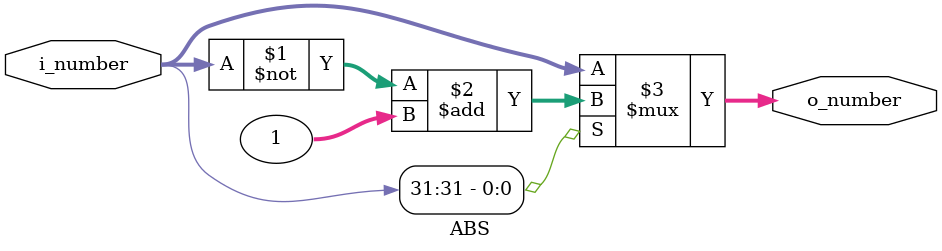
<source format=v>


`timescale 1 ns / 1 ps

module ABS (
   output signed [31:0] o_number,
   input  signed [31:0] i_number
);

assign o_number = (i_number[31]) ? (~i_number+1) : i_number;

endmodule
</source>
